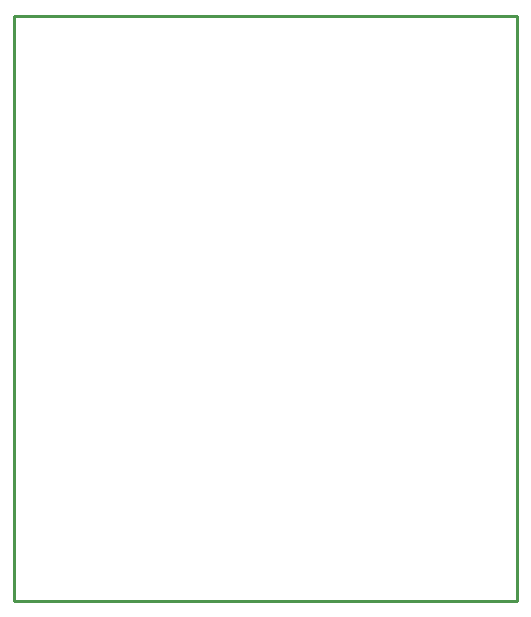
<source format=gko>
G04 Layer_Color=16711935*
%FSLAX25Y25*%
%MOIN*%
G70*
G01*
G75*
%ADD44C,0.01000*%
D44*
X0Y0D02*
Y195000D01*
X167500D01*
Y0D02*
Y195000D01*
X0Y0D02*
X167500D01*
M02*

</source>
